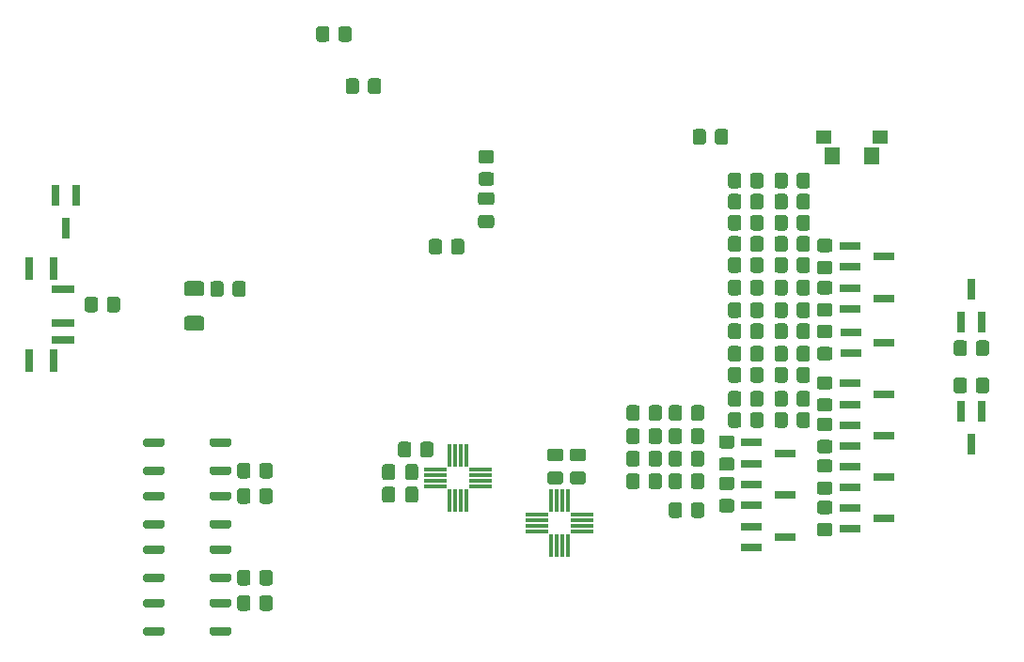
<source format=gtp>
G04 #@! TF.GenerationSoftware,KiCad,Pcbnew,(5.1.8)-1*
G04 #@! TF.CreationDate,2021-05-03T11:31:43+02:00*
G04 #@! TF.ProjectId,sensactHsIO4,73656e73-6163-4744-9873-494f342e6b69,rev?*
G04 #@! TF.SameCoordinates,Original*
G04 #@! TF.FileFunction,Paste,Top*
G04 #@! TF.FilePolarity,Positive*
%FSLAX46Y46*%
G04 Gerber Fmt 4.6, Leading zero omitted, Abs format (unit mm)*
G04 Created by KiCad (PCBNEW (5.1.8)-1) date 2021-05-03 11:31:43*
%MOMM*%
%LPD*%
G01*
G04 APERTURE LIST*
%ADD10R,1.400000X1.200000*%
%ADD11R,1.400000X1.600000*%
%ADD12R,0.300000X2.000000*%
%ADD13R,2.000000X0.300000*%
%ADD14R,0.800000X2.000000*%
%ADD15R,2.000000X0.700000*%
%ADD16R,0.800000X1.900000*%
%ADD17R,1.900000X0.800000*%
G04 APERTURE END LIST*
G36*
G01*
X123425000Y-121977999D02*
X123425000Y-122878001D01*
G75*
G02*
X123175001Y-123128000I-249999J0D01*
G01*
X122474999Y-123128000D01*
G75*
G02*
X122225000Y-122878001I0J249999D01*
G01*
X122225000Y-121977999D01*
G75*
G02*
X122474999Y-121728000I249999J0D01*
G01*
X123175001Y-121728000D01*
G75*
G02*
X123425000Y-121977999I0J-249999D01*
G01*
G37*
G36*
G01*
X125425000Y-121977999D02*
X125425000Y-122878001D01*
G75*
G02*
X125175001Y-123128000I-249999J0D01*
G01*
X124474999Y-123128000D01*
G75*
G02*
X124225000Y-122878001I0J249999D01*
G01*
X124225000Y-121977999D01*
G75*
G02*
X124474999Y-121728000I249999J0D01*
G01*
X125175001Y-121728000D01*
G75*
G02*
X125425000Y-121977999I0J-249999D01*
G01*
G37*
G36*
G01*
X120126999Y-124852000D02*
X121427001Y-124852000D01*
G75*
G02*
X121677000Y-125101999I0J-249999D01*
G01*
X121677000Y-125927001D01*
G75*
G02*
X121427001Y-126177000I-249999J0D01*
G01*
X120126999Y-126177000D01*
G75*
G02*
X119877000Y-125927001I0J249999D01*
G01*
X119877000Y-125101999D01*
G75*
G02*
X120126999Y-124852000I249999J0D01*
G01*
G37*
G36*
G01*
X120126999Y-121727000D02*
X121427001Y-121727000D01*
G75*
G02*
X121677000Y-121976999I0J-249999D01*
G01*
X121677000Y-122802001D01*
G75*
G02*
X121427001Y-123052000I-249999J0D01*
G01*
X120126999Y-123052000D01*
G75*
G02*
X119877000Y-122802001I0J249999D01*
G01*
X119877000Y-121976999D01*
G75*
G02*
X120126999Y-121727000I249999J0D01*
G01*
G37*
G36*
G01*
X143094000Y-118167999D02*
X143094000Y-119068001D01*
G75*
G02*
X142844001Y-119318000I-249999J0D01*
G01*
X142143999Y-119318000D01*
G75*
G02*
X141894000Y-119068001I0J249999D01*
G01*
X141894000Y-118167999D01*
G75*
G02*
X142143999Y-117918000I249999J0D01*
G01*
X142844001Y-117918000D01*
G75*
G02*
X143094000Y-118167999I0J-249999D01*
G01*
G37*
G36*
G01*
X145094000Y-118167999D02*
X145094000Y-119068001D01*
G75*
G02*
X144844001Y-119318000I-249999J0D01*
G01*
X144143999Y-119318000D01*
G75*
G02*
X143894000Y-119068001I0J249999D01*
G01*
X143894000Y-118167999D01*
G75*
G02*
X144143999Y-117918000I249999J0D01*
G01*
X144844001Y-117918000D01*
G75*
G02*
X145094000Y-118167999I0J-249999D01*
G01*
G37*
D10*
X182550000Y-108750000D03*
D11*
X181800000Y-110450000D03*
D10*
X177450000Y-108750000D03*
D11*
X178200000Y-110450000D03*
G36*
G01*
X166859000Y-108261999D02*
X166859000Y-109162001D01*
G75*
G02*
X166609001Y-109412000I-249999J0D01*
G01*
X165908999Y-109412000D01*
G75*
G02*
X165659000Y-109162001I0J249999D01*
G01*
X165659000Y-108261999D01*
G75*
G02*
X165908999Y-108012000I249999J0D01*
G01*
X166609001Y-108012000D01*
G75*
G02*
X166859000Y-108261999I0J-249999D01*
G01*
G37*
G36*
G01*
X168859000Y-108261999D02*
X168859000Y-109162001D01*
G75*
G02*
X168609001Y-109412000I-249999J0D01*
G01*
X167908999Y-109412000D01*
G75*
G02*
X167659000Y-109162001I0J249999D01*
G01*
X167659000Y-108261999D01*
G75*
G02*
X167908999Y-108012000I249999J0D01*
G01*
X168609001Y-108012000D01*
G75*
G02*
X168859000Y-108261999I0J-249999D01*
G01*
G37*
G36*
G01*
X139769000Y-139413000D02*
X139769000Y-138463000D01*
G75*
G02*
X140019000Y-138213000I250000J0D01*
G01*
X140694000Y-138213000D01*
G75*
G02*
X140944000Y-138463000I0J-250000D01*
G01*
X140944000Y-139413000D01*
G75*
G02*
X140694000Y-139663000I-250000J0D01*
G01*
X140019000Y-139663000D01*
G75*
G02*
X139769000Y-139413000I0J250000D01*
G01*
G37*
G36*
G01*
X137694000Y-139413000D02*
X137694000Y-138463000D01*
G75*
G02*
X137944000Y-138213000I250000J0D01*
G01*
X138619000Y-138213000D01*
G75*
G02*
X138869000Y-138463000I0J-250000D01*
G01*
X138869000Y-139413000D01*
G75*
G02*
X138619000Y-139663000I-250000J0D01*
G01*
X137944000Y-139663000D01*
G75*
G02*
X137694000Y-139413000I0J250000D01*
G01*
G37*
D12*
X154420000Y-145560000D03*
X153920000Y-145560000D03*
X153420000Y-145560000D03*
X152920000Y-145560000D03*
X152920000Y-141460000D03*
X153420000Y-141460000D03*
X153920000Y-141460000D03*
X154420000Y-141460000D03*
D13*
X151620000Y-144260000D03*
X151620000Y-143760000D03*
X151620000Y-143260000D03*
X151620000Y-142760000D03*
X155720000Y-142760000D03*
X155720000Y-143260000D03*
X155720000Y-143760000D03*
X155720000Y-144260000D03*
X146576000Y-138696000D03*
X146576000Y-139196000D03*
X146576000Y-139696000D03*
X146576000Y-140196000D03*
X142476000Y-140196000D03*
X142476000Y-139696000D03*
X142476000Y-139196000D03*
X142476000Y-138696000D03*
D12*
X145276000Y-141496000D03*
X144776000Y-141496000D03*
X144276000Y-141496000D03*
X143776000Y-141496000D03*
X143776000Y-137396000D03*
X144276000Y-137396000D03*
X144776000Y-137396000D03*
X145276000Y-137396000D03*
G36*
G01*
X140316000Y-136455999D02*
X140316000Y-137356001D01*
G75*
G02*
X140066001Y-137606000I-249999J0D01*
G01*
X139365999Y-137606000D01*
G75*
G02*
X139116000Y-137356001I0J249999D01*
G01*
X139116000Y-136455999D01*
G75*
G02*
X139365999Y-136206000I249999J0D01*
G01*
X140066001Y-136206000D01*
G75*
G02*
X140316000Y-136455999I0J-249999D01*
G01*
G37*
G36*
G01*
X142316000Y-136455999D02*
X142316000Y-137356001D01*
G75*
G02*
X142066001Y-137606000I-249999J0D01*
G01*
X141365999Y-137606000D01*
G75*
G02*
X141116000Y-137356001I0J249999D01*
G01*
X141116000Y-136455999D01*
G75*
G02*
X141365999Y-136206000I249999J0D01*
G01*
X142066001Y-136206000D01*
G75*
G02*
X142316000Y-136455999I0J-249999D01*
G01*
G37*
G36*
G01*
X139769000Y-141445000D02*
X139769000Y-140495000D01*
G75*
G02*
X140019000Y-140245000I250000J0D01*
G01*
X140694000Y-140245000D01*
G75*
G02*
X140944000Y-140495000I0J-250000D01*
G01*
X140944000Y-141445000D01*
G75*
G02*
X140694000Y-141695000I-250000J0D01*
G01*
X140019000Y-141695000D01*
G75*
G02*
X139769000Y-141445000I0J250000D01*
G01*
G37*
G36*
G01*
X137694000Y-141445000D02*
X137694000Y-140495000D01*
G75*
G02*
X137944000Y-140245000I250000J0D01*
G01*
X138619000Y-140245000D01*
G75*
G02*
X138869000Y-140495000I0J-250000D01*
G01*
X138869000Y-141445000D01*
G75*
G02*
X138619000Y-141695000I-250000J0D01*
G01*
X137944000Y-141695000D01*
G75*
G02*
X137694000Y-141445000I0J250000D01*
G01*
G37*
G36*
G01*
X152814000Y-138880000D02*
X153764000Y-138880000D01*
G75*
G02*
X154014000Y-139130000I0J-250000D01*
G01*
X154014000Y-139805000D01*
G75*
G02*
X153764000Y-140055000I-250000J0D01*
G01*
X152814000Y-140055000D01*
G75*
G02*
X152564000Y-139805000I0J250000D01*
G01*
X152564000Y-139130000D01*
G75*
G02*
X152814000Y-138880000I250000J0D01*
G01*
G37*
G36*
G01*
X152814000Y-136805000D02*
X153764000Y-136805000D01*
G75*
G02*
X154014000Y-137055000I0J-250000D01*
G01*
X154014000Y-137730000D01*
G75*
G02*
X153764000Y-137980000I-250000J0D01*
G01*
X152814000Y-137980000D01*
G75*
G02*
X152564000Y-137730000I0J250000D01*
G01*
X152564000Y-137055000D01*
G75*
G02*
X152814000Y-136805000I250000J0D01*
G01*
G37*
G36*
G01*
X154846000Y-138880000D02*
X155796000Y-138880000D01*
G75*
G02*
X156046000Y-139130000I0J-250000D01*
G01*
X156046000Y-139805000D01*
G75*
G02*
X155796000Y-140055000I-250000J0D01*
G01*
X154846000Y-140055000D01*
G75*
G02*
X154596000Y-139805000I0J250000D01*
G01*
X154596000Y-139130000D01*
G75*
G02*
X154846000Y-138880000I250000J0D01*
G01*
G37*
G36*
G01*
X154846000Y-136805000D02*
X155796000Y-136805000D01*
G75*
G02*
X156046000Y-137055000I0J-250000D01*
G01*
X156046000Y-137730000D01*
G75*
G02*
X155796000Y-137980000I-250000J0D01*
G01*
X154846000Y-137980000D01*
G75*
G02*
X154596000Y-137730000I0J250000D01*
G01*
X154596000Y-137055000D01*
G75*
G02*
X154846000Y-136805000I250000J0D01*
G01*
G37*
D14*
X108095000Y-120588000D03*
X108095000Y-128888000D03*
X105885000Y-128888000D03*
X105885000Y-120588000D03*
D15*
X108995000Y-126988000D03*
X108995000Y-125488000D03*
X108995000Y-122488000D03*
G36*
G01*
X135617000Y-103689999D02*
X135617000Y-104590001D01*
G75*
G02*
X135367001Y-104840000I-249999J0D01*
G01*
X134666999Y-104840000D01*
G75*
G02*
X134417000Y-104590001I0J249999D01*
G01*
X134417000Y-103689999D01*
G75*
G02*
X134666999Y-103440000I249999J0D01*
G01*
X135367001Y-103440000D01*
G75*
G02*
X135617000Y-103689999I0J-249999D01*
G01*
G37*
G36*
G01*
X137617000Y-103689999D02*
X137617000Y-104590001D01*
G75*
G02*
X137367001Y-104840000I-249999J0D01*
G01*
X136666999Y-104840000D01*
G75*
G02*
X136417000Y-104590001I0J249999D01*
G01*
X136417000Y-103689999D01*
G75*
G02*
X136666999Y-103440000I249999J0D01*
G01*
X137367001Y-103440000D01*
G75*
G02*
X137617000Y-103689999I0J-249999D01*
G01*
G37*
D16*
X109220000Y-116943000D03*
X108270000Y-113943000D03*
X110170000Y-113943000D03*
G36*
G01*
X170034000Y-133788999D02*
X170034000Y-134689001D01*
G75*
G02*
X169784001Y-134939000I-249999J0D01*
G01*
X169083999Y-134939000D01*
G75*
G02*
X168834000Y-134689001I0J249999D01*
G01*
X168834000Y-133788999D01*
G75*
G02*
X169083999Y-133539000I249999J0D01*
G01*
X169784001Y-133539000D01*
G75*
G02*
X170034000Y-133788999I0J-249999D01*
G01*
G37*
G36*
G01*
X172034000Y-133788999D02*
X172034000Y-134689001D01*
G75*
G02*
X171784001Y-134939000I-249999J0D01*
G01*
X171083999Y-134939000D01*
G75*
G02*
X170834000Y-134689001I0J249999D01*
G01*
X170834000Y-133788999D01*
G75*
G02*
X171083999Y-133539000I249999J0D01*
G01*
X171784001Y-133539000D01*
G75*
G02*
X172034000Y-133788999I0J-249999D01*
G01*
G37*
G36*
G01*
X175025000Y-134689001D02*
X175025000Y-133788999D01*
G75*
G02*
X175274999Y-133539000I249999J0D01*
G01*
X175975001Y-133539000D01*
G75*
G02*
X176225000Y-133788999I0J-249999D01*
G01*
X176225000Y-134689001D01*
G75*
G02*
X175975001Y-134939000I-249999J0D01*
G01*
X175274999Y-134939000D01*
G75*
G02*
X175025000Y-134689001I0J249999D01*
G01*
G37*
G36*
G01*
X173025000Y-134689001D02*
X173025000Y-133788999D01*
G75*
G02*
X173274999Y-133539000I249999J0D01*
G01*
X173975001Y-133539000D01*
G75*
G02*
X174225000Y-133788999I0J-249999D01*
G01*
X174225000Y-134689001D01*
G75*
G02*
X173975001Y-134939000I-249999J0D01*
G01*
X173274999Y-134939000D01*
G75*
G02*
X173025000Y-134689001I0J249999D01*
G01*
G37*
G36*
G01*
X170034000Y-127819999D02*
X170034000Y-128720001D01*
G75*
G02*
X169784001Y-128970000I-249999J0D01*
G01*
X169083999Y-128970000D01*
G75*
G02*
X168834000Y-128720001I0J249999D01*
G01*
X168834000Y-127819999D01*
G75*
G02*
X169083999Y-127570000I249999J0D01*
G01*
X169784001Y-127570000D01*
G75*
G02*
X170034000Y-127819999I0J-249999D01*
G01*
G37*
G36*
G01*
X172034000Y-127819999D02*
X172034000Y-128720001D01*
G75*
G02*
X171784001Y-128970000I-249999J0D01*
G01*
X171083999Y-128970000D01*
G75*
G02*
X170834000Y-128720001I0J249999D01*
G01*
X170834000Y-127819999D01*
G75*
G02*
X171083999Y-127570000I249999J0D01*
G01*
X171784001Y-127570000D01*
G75*
G02*
X172034000Y-127819999I0J-249999D01*
G01*
G37*
G36*
G01*
X175025000Y-128720001D02*
X175025000Y-127819999D01*
G75*
G02*
X175274999Y-127570000I249999J0D01*
G01*
X175975001Y-127570000D01*
G75*
G02*
X176225000Y-127819999I0J-249999D01*
G01*
X176225000Y-128720001D01*
G75*
G02*
X175975001Y-128970000I-249999J0D01*
G01*
X175274999Y-128970000D01*
G75*
G02*
X175025000Y-128720001I0J249999D01*
G01*
G37*
G36*
G01*
X173025000Y-128720001D02*
X173025000Y-127819999D01*
G75*
G02*
X173274999Y-127570000I249999J0D01*
G01*
X173975001Y-127570000D01*
G75*
G02*
X174225000Y-127819999I0J-249999D01*
G01*
X174225000Y-128720001D01*
G75*
G02*
X173975001Y-128970000I-249999J0D01*
G01*
X173274999Y-128970000D01*
G75*
G02*
X173025000Y-128720001I0J249999D01*
G01*
G37*
G36*
G01*
X169169501Y-136823500D02*
X168269499Y-136823500D01*
G75*
G02*
X168019500Y-136573501I0J249999D01*
G01*
X168019500Y-135873499D01*
G75*
G02*
X168269499Y-135623500I249999J0D01*
G01*
X169169501Y-135623500D01*
G75*
G02*
X169419500Y-135873499I0J-249999D01*
G01*
X169419500Y-136573501D01*
G75*
G02*
X169169501Y-136823500I-249999J0D01*
G01*
G37*
G36*
G01*
X169169501Y-138823500D02*
X168269499Y-138823500D01*
G75*
G02*
X168019500Y-138573501I0J249999D01*
G01*
X168019500Y-137873499D01*
G75*
G02*
X168269499Y-137623500I249999J0D01*
G01*
X169169501Y-137623500D01*
G75*
G02*
X169419500Y-137873499I0J-249999D01*
G01*
X169419500Y-138573501D01*
G75*
G02*
X169169501Y-138823500I-249999J0D01*
G01*
G37*
G36*
G01*
X177996001Y-142729000D02*
X177095999Y-142729000D01*
G75*
G02*
X176846000Y-142479001I0J249999D01*
G01*
X176846000Y-141778999D01*
G75*
G02*
X177095999Y-141529000I249999J0D01*
G01*
X177996001Y-141529000D01*
G75*
G02*
X178246000Y-141778999I0J-249999D01*
G01*
X178246000Y-142479001D01*
G75*
G02*
X177996001Y-142729000I-249999J0D01*
G01*
G37*
G36*
G01*
X177996001Y-144729000D02*
X177095999Y-144729000D01*
G75*
G02*
X176846000Y-144479001I0J249999D01*
G01*
X176846000Y-143778999D01*
G75*
G02*
X177095999Y-143529000I249999J0D01*
G01*
X177996001Y-143529000D01*
G75*
G02*
X178246000Y-143778999I0J-249999D01*
G01*
X178246000Y-144479001D01*
G75*
G02*
X177996001Y-144729000I-249999J0D01*
G01*
G37*
D17*
X173966000Y-137223500D03*
X170966000Y-138173500D03*
X170966000Y-136273500D03*
X182856000Y-143129000D03*
X179856000Y-144079000D03*
X179856000Y-142179000D03*
X182856000Y-131889500D03*
X179856000Y-132839500D03*
X179856000Y-130939500D03*
G36*
G01*
X191154000Y-131577501D02*
X191154000Y-130677499D01*
G75*
G02*
X191403999Y-130427500I249999J0D01*
G01*
X192104001Y-130427500D01*
G75*
G02*
X192354000Y-130677499I0J-249999D01*
G01*
X192354000Y-131577501D01*
G75*
G02*
X192104001Y-131827500I-249999J0D01*
G01*
X191403999Y-131827500D01*
G75*
G02*
X191154000Y-131577501I0J249999D01*
G01*
G37*
G36*
G01*
X189154000Y-131577501D02*
X189154000Y-130677499D01*
G75*
G02*
X189403999Y-130427500I249999J0D01*
G01*
X190104001Y-130427500D01*
G75*
G02*
X190354000Y-130677499I0J-249999D01*
G01*
X190354000Y-131577501D01*
G75*
G02*
X190104001Y-131827500I-249999J0D01*
G01*
X189403999Y-131827500D01*
G75*
G02*
X189154000Y-131577501I0J249999D01*
G01*
G37*
D16*
X190754000Y-136437500D03*
X189804000Y-133437500D03*
X191704000Y-133437500D03*
G36*
G01*
X112106000Y-123374999D02*
X112106000Y-124275001D01*
G75*
G02*
X111856001Y-124525000I-249999J0D01*
G01*
X111155999Y-124525000D01*
G75*
G02*
X110906000Y-124275001I0J249999D01*
G01*
X110906000Y-123374999D01*
G75*
G02*
X111155999Y-123125000I249999J0D01*
G01*
X111856001Y-123125000D01*
G75*
G02*
X112106000Y-123374999I0J-249999D01*
G01*
G37*
G36*
G01*
X114106000Y-123374999D02*
X114106000Y-124275001D01*
G75*
G02*
X113856001Y-124525000I-249999J0D01*
G01*
X113155999Y-124525000D01*
G75*
G02*
X112906000Y-124275001I0J249999D01*
G01*
X112906000Y-123374999D01*
G75*
G02*
X113155999Y-123125000I249999J0D01*
G01*
X113856001Y-123125000D01*
G75*
G02*
X114106000Y-123374999I0J-249999D01*
G01*
G37*
G36*
G01*
X118117000Y-138611000D02*
X118117000Y-139011000D01*
G75*
G02*
X117917000Y-139211000I-200000J0D01*
G01*
X116367000Y-139211000D01*
G75*
G02*
X116167000Y-139011000I0J200000D01*
G01*
X116167000Y-138611000D01*
G75*
G02*
X116367000Y-138411000I200000J0D01*
G01*
X117917000Y-138411000D01*
G75*
G02*
X118117000Y-138611000I0J-200000D01*
G01*
G37*
G36*
G01*
X118117000Y-136071000D02*
X118117000Y-136471000D01*
G75*
G02*
X117917000Y-136671000I-200000J0D01*
G01*
X116367000Y-136671000D01*
G75*
G02*
X116167000Y-136471000I0J200000D01*
G01*
X116167000Y-136071000D01*
G75*
G02*
X116367000Y-135871000I200000J0D01*
G01*
X117917000Y-135871000D01*
G75*
G02*
X118117000Y-136071000I0J-200000D01*
G01*
G37*
G36*
G01*
X124117000Y-136071000D02*
X124117000Y-136471000D01*
G75*
G02*
X123917000Y-136671000I-200000J0D01*
G01*
X122367000Y-136671000D01*
G75*
G02*
X122167000Y-136471000I0J200000D01*
G01*
X122167000Y-136071000D01*
G75*
G02*
X122367000Y-135871000I200000J0D01*
G01*
X123917000Y-135871000D01*
G75*
G02*
X124117000Y-136071000I0J-200000D01*
G01*
G37*
G36*
G01*
X124117000Y-138611000D02*
X124117000Y-139011000D01*
G75*
G02*
X123917000Y-139211000I-200000J0D01*
G01*
X122367000Y-139211000D01*
G75*
G02*
X122167000Y-139011000I0J200000D01*
G01*
X122167000Y-138611000D01*
G75*
G02*
X122367000Y-138411000I200000J0D01*
G01*
X123917000Y-138411000D01*
G75*
G02*
X124117000Y-138611000I0J-200000D01*
G01*
G37*
G36*
G01*
X118117000Y-143437000D02*
X118117000Y-143837000D01*
G75*
G02*
X117917000Y-144037000I-200000J0D01*
G01*
X116367000Y-144037000D01*
G75*
G02*
X116167000Y-143837000I0J200000D01*
G01*
X116167000Y-143437000D01*
G75*
G02*
X116367000Y-143237000I200000J0D01*
G01*
X117917000Y-143237000D01*
G75*
G02*
X118117000Y-143437000I0J-200000D01*
G01*
G37*
G36*
G01*
X118117000Y-140897000D02*
X118117000Y-141297000D01*
G75*
G02*
X117917000Y-141497000I-200000J0D01*
G01*
X116367000Y-141497000D01*
G75*
G02*
X116167000Y-141297000I0J200000D01*
G01*
X116167000Y-140897000D01*
G75*
G02*
X116367000Y-140697000I200000J0D01*
G01*
X117917000Y-140697000D01*
G75*
G02*
X118117000Y-140897000I0J-200000D01*
G01*
G37*
G36*
G01*
X124117000Y-140897000D02*
X124117000Y-141297000D01*
G75*
G02*
X123917000Y-141497000I-200000J0D01*
G01*
X122367000Y-141497000D01*
G75*
G02*
X122167000Y-141297000I0J200000D01*
G01*
X122167000Y-140897000D01*
G75*
G02*
X122367000Y-140697000I200000J0D01*
G01*
X123917000Y-140697000D01*
G75*
G02*
X124117000Y-140897000I0J-200000D01*
G01*
G37*
G36*
G01*
X124117000Y-143437000D02*
X124117000Y-143837000D01*
G75*
G02*
X123917000Y-144037000I-200000J0D01*
G01*
X122367000Y-144037000D01*
G75*
G02*
X122167000Y-143837000I0J200000D01*
G01*
X122167000Y-143437000D01*
G75*
G02*
X122367000Y-143237000I200000J0D01*
G01*
X123917000Y-143237000D01*
G75*
G02*
X124117000Y-143437000I0J-200000D01*
G01*
G37*
G36*
G01*
X118117000Y-148263000D02*
X118117000Y-148663000D01*
G75*
G02*
X117917000Y-148863000I-200000J0D01*
G01*
X116367000Y-148863000D01*
G75*
G02*
X116167000Y-148663000I0J200000D01*
G01*
X116167000Y-148263000D01*
G75*
G02*
X116367000Y-148063000I200000J0D01*
G01*
X117917000Y-148063000D01*
G75*
G02*
X118117000Y-148263000I0J-200000D01*
G01*
G37*
G36*
G01*
X118117000Y-145723000D02*
X118117000Y-146123000D01*
G75*
G02*
X117917000Y-146323000I-200000J0D01*
G01*
X116367000Y-146323000D01*
G75*
G02*
X116167000Y-146123000I0J200000D01*
G01*
X116167000Y-145723000D01*
G75*
G02*
X116367000Y-145523000I200000J0D01*
G01*
X117917000Y-145523000D01*
G75*
G02*
X118117000Y-145723000I0J-200000D01*
G01*
G37*
G36*
G01*
X124117000Y-145723000D02*
X124117000Y-146123000D01*
G75*
G02*
X123917000Y-146323000I-200000J0D01*
G01*
X122367000Y-146323000D01*
G75*
G02*
X122167000Y-146123000I0J200000D01*
G01*
X122167000Y-145723000D01*
G75*
G02*
X122367000Y-145523000I200000J0D01*
G01*
X123917000Y-145523000D01*
G75*
G02*
X124117000Y-145723000I0J-200000D01*
G01*
G37*
G36*
G01*
X124117000Y-148263000D02*
X124117000Y-148663000D01*
G75*
G02*
X123917000Y-148863000I-200000J0D01*
G01*
X122367000Y-148863000D01*
G75*
G02*
X122167000Y-148663000I0J200000D01*
G01*
X122167000Y-148263000D01*
G75*
G02*
X122367000Y-148063000I200000J0D01*
G01*
X123917000Y-148063000D01*
G75*
G02*
X124117000Y-148263000I0J-200000D01*
G01*
G37*
G36*
G01*
X118117000Y-153089000D02*
X118117000Y-153489000D01*
G75*
G02*
X117917000Y-153689000I-200000J0D01*
G01*
X116367000Y-153689000D01*
G75*
G02*
X116167000Y-153489000I0J200000D01*
G01*
X116167000Y-153089000D01*
G75*
G02*
X116367000Y-152889000I200000J0D01*
G01*
X117917000Y-152889000D01*
G75*
G02*
X118117000Y-153089000I0J-200000D01*
G01*
G37*
G36*
G01*
X118117000Y-150549000D02*
X118117000Y-150949000D01*
G75*
G02*
X117917000Y-151149000I-200000J0D01*
G01*
X116367000Y-151149000D01*
G75*
G02*
X116167000Y-150949000I0J200000D01*
G01*
X116167000Y-150549000D01*
G75*
G02*
X116367000Y-150349000I200000J0D01*
G01*
X117917000Y-150349000D01*
G75*
G02*
X118117000Y-150549000I0J-200000D01*
G01*
G37*
G36*
G01*
X124117000Y-150549000D02*
X124117000Y-150949000D01*
G75*
G02*
X123917000Y-151149000I-200000J0D01*
G01*
X122367000Y-151149000D01*
G75*
G02*
X122167000Y-150949000I0J200000D01*
G01*
X122167000Y-150549000D01*
G75*
G02*
X122367000Y-150349000I200000J0D01*
G01*
X123917000Y-150349000D01*
G75*
G02*
X124117000Y-150549000I0J-200000D01*
G01*
G37*
G36*
G01*
X124117000Y-153089000D02*
X124117000Y-153489000D01*
G75*
G02*
X123917000Y-153689000I-200000J0D01*
G01*
X122367000Y-153689000D01*
G75*
G02*
X122167000Y-153489000I0J200000D01*
G01*
X122167000Y-153089000D01*
G75*
G02*
X122367000Y-152889000I200000J0D01*
G01*
X123917000Y-152889000D01*
G75*
G02*
X124117000Y-153089000I0J-200000D01*
G01*
G37*
G36*
G01*
X170034000Y-125787999D02*
X170034000Y-126688001D01*
G75*
G02*
X169784001Y-126938000I-249999J0D01*
G01*
X169083999Y-126938000D01*
G75*
G02*
X168834000Y-126688001I0J249999D01*
G01*
X168834000Y-125787999D01*
G75*
G02*
X169083999Y-125538000I249999J0D01*
G01*
X169784001Y-125538000D01*
G75*
G02*
X170034000Y-125787999I0J-249999D01*
G01*
G37*
G36*
G01*
X172034000Y-125787999D02*
X172034000Y-126688001D01*
G75*
G02*
X171784001Y-126938000I-249999J0D01*
G01*
X171083999Y-126938000D01*
G75*
G02*
X170834000Y-126688001I0J249999D01*
G01*
X170834000Y-125787999D01*
G75*
G02*
X171083999Y-125538000I249999J0D01*
G01*
X171784001Y-125538000D01*
G75*
G02*
X172034000Y-125787999I0J-249999D01*
G01*
G37*
G36*
G01*
X170034000Y-123882999D02*
X170034000Y-124783001D01*
G75*
G02*
X169784001Y-125033000I-249999J0D01*
G01*
X169083999Y-125033000D01*
G75*
G02*
X168834000Y-124783001I0J249999D01*
G01*
X168834000Y-123882999D01*
G75*
G02*
X169083999Y-123633000I249999J0D01*
G01*
X169784001Y-123633000D01*
G75*
G02*
X170034000Y-123882999I0J-249999D01*
G01*
G37*
G36*
G01*
X172034000Y-123882999D02*
X172034000Y-124783001D01*
G75*
G02*
X171784001Y-125033000I-249999J0D01*
G01*
X171083999Y-125033000D01*
G75*
G02*
X170834000Y-124783001I0J249999D01*
G01*
X170834000Y-123882999D01*
G75*
G02*
X171083999Y-123633000I249999J0D01*
G01*
X171784001Y-123633000D01*
G75*
G02*
X172034000Y-123882999I0J-249999D01*
G01*
G37*
G36*
G01*
X170034000Y-121850999D02*
X170034000Y-122751001D01*
G75*
G02*
X169784001Y-123001000I-249999J0D01*
G01*
X169083999Y-123001000D01*
G75*
G02*
X168834000Y-122751001I0J249999D01*
G01*
X168834000Y-121850999D01*
G75*
G02*
X169083999Y-121601000I249999J0D01*
G01*
X169784001Y-121601000D01*
G75*
G02*
X170034000Y-121850999I0J-249999D01*
G01*
G37*
G36*
G01*
X172034000Y-121850999D02*
X172034000Y-122751001D01*
G75*
G02*
X171784001Y-123001000I-249999J0D01*
G01*
X171083999Y-123001000D01*
G75*
G02*
X170834000Y-122751001I0J249999D01*
G01*
X170834000Y-121850999D01*
G75*
G02*
X171083999Y-121601000I249999J0D01*
G01*
X171784001Y-121601000D01*
G75*
G02*
X172034000Y-121850999I0J-249999D01*
G01*
G37*
G36*
G01*
X170034000Y-119818999D02*
X170034000Y-120719001D01*
G75*
G02*
X169784001Y-120969000I-249999J0D01*
G01*
X169083999Y-120969000D01*
G75*
G02*
X168834000Y-120719001I0J249999D01*
G01*
X168834000Y-119818999D01*
G75*
G02*
X169083999Y-119569000I249999J0D01*
G01*
X169784001Y-119569000D01*
G75*
G02*
X170034000Y-119818999I0J-249999D01*
G01*
G37*
G36*
G01*
X172034000Y-119818999D02*
X172034000Y-120719001D01*
G75*
G02*
X171784001Y-120969000I-249999J0D01*
G01*
X171083999Y-120969000D01*
G75*
G02*
X170834000Y-120719001I0J249999D01*
G01*
X170834000Y-119818999D01*
G75*
G02*
X171083999Y-119569000I249999J0D01*
G01*
X171784001Y-119569000D01*
G75*
G02*
X172034000Y-119818999I0J-249999D01*
G01*
G37*
G36*
G01*
X175025000Y-126688001D02*
X175025000Y-125787999D01*
G75*
G02*
X175274999Y-125538000I249999J0D01*
G01*
X175975001Y-125538000D01*
G75*
G02*
X176225000Y-125787999I0J-249999D01*
G01*
X176225000Y-126688001D01*
G75*
G02*
X175975001Y-126938000I-249999J0D01*
G01*
X175274999Y-126938000D01*
G75*
G02*
X175025000Y-126688001I0J249999D01*
G01*
G37*
G36*
G01*
X173025000Y-126688001D02*
X173025000Y-125787999D01*
G75*
G02*
X173274999Y-125538000I249999J0D01*
G01*
X173975001Y-125538000D01*
G75*
G02*
X174225000Y-125787999I0J-249999D01*
G01*
X174225000Y-126688001D01*
G75*
G02*
X173975001Y-126938000I-249999J0D01*
G01*
X173274999Y-126938000D01*
G75*
G02*
X173025000Y-126688001I0J249999D01*
G01*
G37*
G36*
G01*
X175025000Y-124783001D02*
X175025000Y-123882999D01*
G75*
G02*
X175274999Y-123633000I249999J0D01*
G01*
X175975001Y-123633000D01*
G75*
G02*
X176225000Y-123882999I0J-249999D01*
G01*
X176225000Y-124783001D01*
G75*
G02*
X175975001Y-125033000I-249999J0D01*
G01*
X175274999Y-125033000D01*
G75*
G02*
X175025000Y-124783001I0J249999D01*
G01*
G37*
G36*
G01*
X173025000Y-124783001D02*
X173025000Y-123882999D01*
G75*
G02*
X173274999Y-123633000I249999J0D01*
G01*
X173975001Y-123633000D01*
G75*
G02*
X174225000Y-123882999I0J-249999D01*
G01*
X174225000Y-124783001D01*
G75*
G02*
X173975001Y-125033000I-249999J0D01*
G01*
X173274999Y-125033000D01*
G75*
G02*
X173025000Y-124783001I0J249999D01*
G01*
G37*
G36*
G01*
X175025000Y-122751001D02*
X175025000Y-121850999D01*
G75*
G02*
X175274999Y-121601000I249999J0D01*
G01*
X175975001Y-121601000D01*
G75*
G02*
X176225000Y-121850999I0J-249999D01*
G01*
X176225000Y-122751001D01*
G75*
G02*
X175975001Y-123001000I-249999J0D01*
G01*
X175274999Y-123001000D01*
G75*
G02*
X175025000Y-122751001I0J249999D01*
G01*
G37*
G36*
G01*
X173025000Y-122751001D02*
X173025000Y-121850999D01*
G75*
G02*
X173274999Y-121601000I249999J0D01*
G01*
X173975001Y-121601000D01*
G75*
G02*
X174225000Y-121850999I0J-249999D01*
G01*
X174225000Y-122751001D01*
G75*
G02*
X173975001Y-123001000I-249999J0D01*
G01*
X173274999Y-123001000D01*
G75*
G02*
X173025000Y-122751001I0J249999D01*
G01*
G37*
G36*
G01*
X175025000Y-120719001D02*
X175025000Y-119818999D01*
G75*
G02*
X175274999Y-119569000I249999J0D01*
G01*
X175975001Y-119569000D01*
G75*
G02*
X176225000Y-119818999I0J-249999D01*
G01*
X176225000Y-120719001D01*
G75*
G02*
X175975001Y-120969000I-249999J0D01*
G01*
X175274999Y-120969000D01*
G75*
G02*
X175025000Y-120719001I0J249999D01*
G01*
G37*
G36*
G01*
X173025000Y-120719001D02*
X173025000Y-119818999D01*
G75*
G02*
X173274999Y-119569000I249999J0D01*
G01*
X173975001Y-119569000D01*
G75*
G02*
X174225000Y-119818999I0J-249999D01*
G01*
X174225000Y-120719001D01*
G75*
G02*
X173975001Y-120969000I-249999J0D01*
G01*
X173274999Y-120969000D01*
G75*
G02*
X173025000Y-120719001I0J249999D01*
G01*
G37*
G36*
G01*
X190354000Y-127311999D02*
X190354000Y-128212001D01*
G75*
G02*
X190104001Y-128462000I-249999J0D01*
G01*
X189403999Y-128462000D01*
G75*
G02*
X189154000Y-128212001I0J249999D01*
G01*
X189154000Y-127311999D01*
G75*
G02*
X189403999Y-127062000I249999J0D01*
G01*
X190104001Y-127062000D01*
G75*
G02*
X190354000Y-127311999I0J-249999D01*
G01*
G37*
G36*
G01*
X192354000Y-127311999D02*
X192354000Y-128212001D01*
G75*
G02*
X192104001Y-128462000I-249999J0D01*
G01*
X191403999Y-128462000D01*
G75*
G02*
X191154000Y-128212001I0J249999D01*
G01*
X191154000Y-127311999D01*
G75*
G02*
X191403999Y-127062000I249999J0D01*
G01*
X192104001Y-127062000D01*
G75*
G02*
X192354000Y-127311999I0J-249999D01*
G01*
G37*
G36*
G01*
X177996001Y-126854000D02*
X177095999Y-126854000D01*
G75*
G02*
X176846000Y-126604001I0J249999D01*
G01*
X176846000Y-125903999D01*
G75*
G02*
X177095999Y-125654000I249999J0D01*
G01*
X177996001Y-125654000D01*
G75*
G02*
X178246000Y-125903999I0J-249999D01*
G01*
X178246000Y-126604001D01*
G75*
G02*
X177996001Y-126854000I-249999J0D01*
G01*
G37*
G36*
G01*
X177996001Y-128854000D02*
X177095999Y-128854000D01*
G75*
G02*
X176846000Y-128604001I0J249999D01*
G01*
X176846000Y-127903999D01*
G75*
G02*
X177095999Y-127654000I249999J0D01*
G01*
X177996001Y-127654000D01*
G75*
G02*
X178246000Y-127903999I0J-249999D01*
G01*
X178246000Y-128604001D01*
G75*
G02*
X177996001Y-128854000I-249999J0D01*
G01*
G37*
G36*
G01*
X177996001Y-122917000D02*
X177095999Y-122917000D01*
G75*
G02*
X176846000Y-122667001I0J249999D01*
G01*
X176846000Y-121966999D01*
G75*
G02*
X177095999Y-121717000I249999J0D01*
G01*
X177996001Y-121717000D01*
G75*
G02*
X178246000Y-121966999I0J-249999D01*
G01*
X178246000Y-122667001D01*
G75*
G02*
X177996001Y-122917000I-249999J0D01*
G01*
G37*
G36*
G01*
X177996001Y-124917000D02*
X177095999Y-124917000D01*
G75*
G02*
X176846000Y-124667001I0J249999D01*
G01*
X176846000Y-123966999D01*
G75*
G02*
X177095999Y-123717000I249999J0D01*
G01*
X177996001Y-123717000D01*
G75*
G02*
X178246000Y-123966999I0J-249999D01*
G01*
X178246000Y-124667001D01*
G75*
G02*
X177996001Y-124917000I-249999J0D01*
G01*
G37*
G36*
G01*
X177996001Y-119107000D02*
X177095999Y-119107000D01*
G75*
G02*
X176846000Y-118857001I0J249999D01*
G01*
X176846000Y-118156999D01*
G75*
G02*
X177095999Y-117907000I249999J0D01*
G01*
X177996001Y-117907000D01*
G75*
G02*
X178246000Y-118156999I0J-249999D01*
G01*
X178246000Y-118857001D01*
G75*
G02*
X177996001Y-119107000I-249999J0D01*
G01*
G37*
G36*
G01*
X177996001Y-121107000D02*
X177095999Y-121107000D01*
G75*
G02*
X176846000Y-120857001I0J249999D01*
G01*
X176846000Y-120156999D01*
G75*
G02*
X177095999Y-119907000I249999J0D01*
G01*
X177996001Y-119907000D01*
G75*
G02*
X178246000Y-120156999I0J-249999D01*
G01*
X178246000Y-120857001D01*
G75*
G02*
X177996001Y-121107000I-249999J0D01*
G01*
G37*
G36*
G01*
X160890000Y-139313499D02*
X160890000Y-140213501D01*
G75*
G02*
X160640001Y-140463500I-249999J0D01*
G01*
X159939999Y-140463500D01*
G75*
G02*
X159690000Y-140213501I0J249999D01*
G01*
X159690000Y-139313499D01*
G75*
G02*
X159939999Y-139063500I249999J0D01*
G01*
X160640001Y-139063500D01*
G75*
G02*
X160890000Y-139313499I0J-249999D01*
G01*
G37*
G36*
G01*
X162890000Y-139313499D02*
X162890000Y-140213501D01*
G75*
G02*
X162640001Y-140463500I-249999J0D01*
G01*
X161939999Y-140463500D01*
G75*
G02*
X161690000Y-140213501I0J249999D01*
G01*
X161690000Y-139313499D01*
G75*
G02*
X161939999Y-139063500I249999J0D01*
G01*
X162640001Y-139063500D01*
G75*
G02*
X162890000Y-139313499I0J-249999D01*
G01*
G37*
G36*
G01*
X160890000Y-137281499D02*
X160890000Y-138181501D01*
G75*
G02*
X160640001Y-138431500I-249999J0D01*
G01*
X159939999Y-138431500D01*
G75*
G02*
X159690000Y-138181501I0J249999D01*
G01*
X159690000Y-137281499D01*
G75*
G02*
X159939999Y-137031500I249999J0D01*
G01*
X160640001Y-137031500D01*
G75*
G02*
X160890000Y-137281499I0J-249999D01*
G01*
G37*
G36*
G01*
X162890000Y-137281499D02*
X162890000Y-138181501D01*
G75*
G02*
X162640001Y-138431500I-249999J0D01*
G01*
X161939999Y-138431500D01*
G75*
G02*
X161690000Y-138181501I0J249999D01*
G01*
X161690000Y-137281499D01*
G75*
G02*
X161939999Y-137031500I249999J0D01*
G01*
X162640001Y-137031500D01*
G75*
G02*
X162890000Y-137281499I0J-249999D01*
G01*
G37*
G36*
G01*
X160890000Y-135249499D02*
X160890000Y-136149501D01*
G75*
G02*
X160640001Y-136399500I-249999J0D01*
G01*
X159939999Y-136399500D01*
G75*
G02*
X159690000Y-136149501I0J249999D01*
G01*
X159690000Y-135249499D01*
G75*
G02*
X159939999Y-134999500I249999J0D01*
G01*
X160640001Y-134999500D01*
G75*
G02*
X160890000Y-135249499I0J-249999D01*
G01*
G37*
G36*
G01*
X162890000Y-135249499D02*
X162890000Y-136149501D01*
G75*
G02*
X162640001Y-136399500I-249999J0D01*
G01*
X161939999Y-136399500D01*
G75*
G02*
X161690000Y-136149501I0J249999D01*
G01*
X161690000Y-135249499D01*
G75*
G02*
X161939999Y-134999500I249999J0D01*
G01*
X162640001Y-134999500D01*
G75*
G02*
X162890000Y-135249499I0J-249999D01*
G01*
G37*
G36*
G01*
X160890000Y-133153999D02*
X160890000Y-134054001D01*
G75*
G02*
X160640001Y-134304000I-249999J0D01*
G01*
X159939999Y-134304000D01*
G75*
G02*
X159690000Y-134054001I0J249999D01*
G01*
X159690000Y-133153999D01*
G75*
G02*
X159939999Y-132904000I249999J0D01*
G01*
X160640001Y-132904000D01*
G75*
G02*
X160890000Y-133153999I0J-249999D01*
G01*
G37*
G36*
G01*
X162890000Y-133153999D02*
X162890000Y-134054001D01*
G75*
G02*
X162640001Y-134304000I-249999J0D01*
G01*
X161939999Y-134304000D01*
G75*
G02*
X161690000Y-134054001I0J249999D01*
G01*
X161690000Y-133153999D01*
G75*
G02*
X161939999Y-132904000I249999J0D01*
G01*
X162640001Y-132904000D01*
G75*
G02*
X162890000Y-133153999I0J-249999D01*
G01*
G37*
G36*
G01*
X165500000Y-140213501D02*
X165500000Y-139313499D01*
G75*
G02*
X165749999Y-139063500I249999J0D01*
G01*
X166450001Y-139063500D01*
G75*
G02*
X166700000Y-139313499I0J-249999D01*
G01*
X166700000Y-140213501D01*
G75*
G02*
X166450001Y-140463500I-249999J0D01*
G01*
X165749999Y-140463500D01*
G75*
G02*
X165500000Y-140213501I0J249999D01*
G01*
G37*
G36*
G01*
X163500000Y-140213501D02*
X163500000Y-139313499D01*
G75*
G02*
X163749999Y-139063500I249999J0D01*
G01*
X164450001Y-139063500D01*
G75*
G02*
X164700000Y-139313499I0J-249999D01*
G01*
X164700000Y-140213501D01*
G75*
G02*
X164450001Y-140463500I-249999J0D01*
G01*
X163749999Y-140463500D01*
G75*
G02*
X163500000Y-140213501I0J249999D01*
G01*
G37*
G36*
G01*
X165500000Y-138181501D02*
X165500000Y-137281499D01*
G75*
G02*
X165749999Y-137031500I249999J0D01*
G01*
X166450001Y-137031500D01*
G75*
G02*
X166700000Y-137281499I0J-249999D01*
G01*
X166700000Y-138181501D01*
G75*
G02*
X166450001Y-138431500I-249999J0D01*
G01*
X165749999Y-138431500D01*
G75*
G02*
X165500000Y-138181501I0J249999D01*
G01*
G37*
G36*
G01*
X163500000Y-138181501D02*
X163500000Y-137281499D01*
G75*
G02*
X163749999Y-137031500I249999J0D01*
G01*
X164450001Y-137031500D01*
G75*
G02*
X164700000Y-137281499I0J-249999D01*
G01*
X164700000Y-138181501D01*
G75*
G02*
X164450001Y-138431500I-249999J0D01*
G01*
X163749999Y-138431500D01*
G75*
G02*
X163500000Y-138181501I0J249999D01*
G01*
G37*
G36*
G01*
X165500000Y-136149501D02*
X165500000Y-135249499D01*
G75*
G02*
X165749999Y-134999500I249999J0D01*
G01*
X166450001Y-134999500D01*
G75*
G02*
X166700000Y-135249499I0J-249999D01*
G01*
X166700000Y-136149501D01*
G75*
G02*
X166450001Y-136399500I-249999J0D01*
G01*
X165749999Y-136399500D01*
G75*
G02*
X165500000Y-136149501I0J249999D01*
G01*
G37*
G36*
G01*
X163500000Y-136149501D02*
X163500000Y-135249499D01*
G75*
G02*
X163749999Y-134999500I249999J0D01*
G01*
X164450001Y-134999500D01*
G75*
G02*
X164700000Y-135249499I0J-249999D01*
G01*
X164700000Y-136149501D01*
G75*
G02*
X164450001Y-136399500I-249999J0D01*
G01*
X163749999Y-136399500D01*
G75*
G02*
X163500000Y-136149501I0J249999D01*
G01*
G37*
G36*
G01*
X165500000Y-134054001D02*
X165500000Y-133153999D01*
G75*
G02*
X165749999Y-132904000I249999J0D01*
G01*
X166450001Y-132904000D01*
G75*
G02*
X166700000Y-133153999I0J-249999D01*
G01*
X166700000Y-134054001D01*
G75*
G02*
X166450001Y-134304000I-249999J0D01*
G01*
X165749999Y-134304000D01*
G75*
G02*
X165500000Y-134054001I0J249999D01*
G01*
G37*
G36*
G01*
X163500000Y-134054001D02*
X163500000Y-133153999D01*
G75*
G02*
X163749999Y-132904000I249999J0D01*
G01*
X164450001Y-132904000D01*
G75*
G02*
X164700000Y-133153999I0J-249999D01*
G01*
X164700000Y-134054001D01*
G75*
G02*
X164450001Y-134304000I-249999J0D01*
G01*
X163749999Y-134304000D01*
G75*
G02*
X163500000Y-134054001I0J249999D01*
G01*
G37*
G36*
G01*
X165500000Y-142817001D02*
X165500000Y-141916999D01*
G75*
G02*
X165749999Y-141667000I249999J0D01*
G01*
X166450001Y-141667000D01*
G75*
G02*
X166700000Y-141916999I0J-249999D01*
G01*
X166700000Y-142817001D01*
G75*
G02*
X166450001Y-143067000I-249999J0D01*
G01*
X165749999Y-143067000D01*
G75*
G02*
X165500000Y-142817001I0J249999D01*
G01*
G37*
G36*
G01*
X163500000Y-142817001D02*
X163500000Y-141916999D01*
G75*
G02*
X163749999Y-141667000I249999J0D01*
G01*
X164450001Y-141667000D01*
G75*
G02*
X164700000Y-141916999I0J-249999D01*
G01*
X164700000Y-142817001D01*
G75*
G02*
X164450001Y-143067000I-249999J0D01*
G01*
X163749999Y-143067000D01*
G75*
G02*
X163500000Y-142817001I0J249999D01*
G01*
G37*
G36*
G01*
X169169501Y-140570000D02*
X168269499Y-140570000D01*
G75*
G02*
X168019500Y-140320001I0J249999D01*
G01*
X168019500Y-139619999D01*
G75*
G02*
X168269499Y-139370000I249999J0D01*
G01*
X169169501Y-139370000D01*
G75*
G02*
X169419500Y-139619999I0J-249999D01*
G01*
X169419500Y-140320001D01*
G75*
G02*
X169169501Y-140570000I-249999J0D01*
G01*
G37*
G36*
G01*
X169169501Y-142570000D02*
X168269499Y-142570000D01*
G75*
G02*
X168019500Y-142320001I0J249999D01*
G01*
X168019500Y-141619999D01*
G75*
G02*
X168269499Y-141370000I249999J0D01*
G01*
X169169501Y-141370000D01*
G75*
G02*
X169419500Y-141619999I0J-249999D01*
G01*
X169419500Y-142320001D01*
G75*
G02*
X169169501Y-142570000I-249999J0D01*
G01*
G37*
G36*
G01*
X170034000Y-131883999D02*
X170034000Y-132784001D01*
G75*
G02*
X169784001Y-133034000I-249999J0D01*
G01*
X169083999Y-133034000D01*
G75*
G02*
X168834000Y-132784001I0J249999D01*
G01*
X168834000Y-131883999D01*
G75*
G02*
X169083999Y-131634000I249999J0D01*
G01*
X169784001Y-131634000D01*
G75*
G02*
X170034000Y-131883999I0J-249999D01*
G01*
G37*
G36*
G01*
X172034000Y-131883999D02*
X172034000Y-132784001D01*
G75*
G02*
X171784001Y-133034000I-249999J0D01*
G01*
X171083999Y-133034000D01*
G75*
G02*
X170834000Y-132784001I0J249999D01*
G01*
X170834000Y-131883999D01*
G75*
G02*
X171083999Y-131634000I249999J0D01*
G01*
X171784001Y-131634000D01*
G75*
G02*
X172034000Y-131883999I0J-249999D01*
G01*
G37*
G36*
G01*
X170034000Y-129724999D02*
X170034000Y-130625001D01*
G75*
G02*
X169784001Y-130875000I-249999J0D01*
G01*
X169083999Y-130875000D01*
G75*
G02*
X168834000Y-130625001I0J249999D01*
G01*
X168834000Y-129724999D01*
G75*
G02*
X169083999Y-129475000I249999J0D01*
G01*
X169784001Y-129475000D01*
G75*
G02*
X170034000Y-129724999I0J-249999D01*
G01*
G37*
G36*
G01*
X172034000Y-129724999D02*
X172034000Y-130625001D01*
G75*
G02*
X171784001Y-130875000I-249999J0D01*
G01*
X171083999Y-130875000D01*
G75*
G02*
X170834000Y-130625001I0J249999D01*
G01*
X170834000Y-129724999D01*
G75*
G02*
X171083999Y-129475000I249999J0D01*
G01*
X171784001Y-129475000D01*
G75*
G02*
X172034000Y-129724999I0J-249999D01*
G01*
G37*
G36*
G01*
X175025000Y-132784001D02*
X175025000Y-131883999D01*
G75*
G02*
X175274999Y-131634000I249999J0D01*
G01*
X175975001Y-131634000D01*
G75*
G02*
X176225000Y-131883999I0J-249999D01*
G01*
X176225000Y-132784001D01*
G75*
G02*
X175975001Y-133034000I-249999J0D01*
G01*
X175274999Y-133034000D01*
G75*
G02*
X175025000Y-132784001I0J249999D01*
G01*
G37*
G36*
G01*
X173025000Y-132784001D02*
X173025000Y-131883999D01*
G75*
G02*
X173274999Y-131634000I249999J0D01*
G01*
X173975001Y-131634000D01*
G75*
G02*
X174225000Y-131883999I0J-249999D01*
G01*
X174225000Y-132784001D01*
G75*
G02*
X173975001Y-133034000I-249999J0D01*
G01*
X173274999Y-133034000D01*
G75*
G02*
X173025000Y-132784001I0J249999D01*
G01*
G37*
G36*
G01*
X175025000Y-130625001D02*
X175025000Y-129724999D01*
G75*
G02*
X175274999Y-129475000I249999J0D01*
G01*
X175975001Y-129475000D01*
G75*
G02*
X176225000Y-129724999I0J-249999D01*
G01*
X176225000Y-130625001D01*
G75*
G02*
X175975001Y-130875000I-249999J0D01*
G01*
X175274999Y-130875000D01*
G75*
G02*
X175025000Y-130625001I0J249999D01*
G01*
G37*
G36*
G01*
X173025000Y-130625001D02*
X173025000Y-129724999D01*
G75*
G02*
X173274999Y-129475000I249999J0D01*
G01*
X173975001Y-129475000D01*
G75*
G02*
X174225000Y-129724999I0J-249999D01*
G01*
X174225000Y-130625001D01*
G75*
G02*
X173975001Y-130875000I-249999J0D01*
G01*
X173274999Y-130875000D01*
G75*
G02*
X173025000Y-130625001I0J249999D01*
G01*
G37*
G36*
G01*
X177996001Y-138982500D02*
X177095999Y-138982500D01*
G75*
G02*
X176846000Y-138732501I0J249999D01*
G01*
X176846000Y-138032499D01*
G75*
G02*
X177095999Y-137782500I249999J0D01*
G01*
X177996001Y-137782500D01*
G75*
G02*
X178246000Y-138032499I0J-249999D01*
G01*
X178246000Y-138732501D01*
G75*
G02*
X177996001Y-138982500I-249999J0D01*
G01*
G37*
G36*
G01*
X177996001Y-140982500D02*
X177095999Y-140982500D01*
G75*
G02*
X176846000Y-140732501I0J249999D01*
G01*
X176846000Y-140032499D01*
G75*
G02*
X177095999Y-139782500I249999J0D01*
G01*
X177996001Y-139782500D01*
G75*
G02*
X178246000Y-140032499I0J-249999D01*
G01*
X178246000Y-140732501D01*
G75*
G02*
X177996001Y-140982500I-249999J0D01*
G01*
G37*
G36*
G01*
X177996001Y-135236000D02*
X177095999Y-135236000D01*
G75*
G02*
X176846000Y-134986001I0J249999D01*
G01*
X176846000Y-134285999D01*
G75*
G02*
X177095999Y-134036000I249999J0D01*
G01*
X177996001Y-134036000D01*
G75*
G02*
X178246000Y-134285999I0J-249999D01*
G01*
X178246000Y-134986001D01*
G75*
G02*
X177996001Y-135236000I-249999J0D01*
G01*
G37*
G36*
G01*
X177996001Y-137236000D02*
X177095999Y-137236000D01*
G75*
G02*
X176846000Y-136986001I0J249999D01*
G01*
X176846000Y-136285999D01*
G75*
G02*
X177095999Y-136036000I249999J0D01*
G01*
X177996001Y-136036000D01*
G75*
G02*
X178246000Y-136285999I0J-249999D01*
G01*
X178246000Y-136986001D01*
G75*
G02*
X177996001Y-137236000I-249999J0D01*
G01*
G37*
G36*
G01*
X177996001Y-131489500D02*
X177095999Y-131489500D01*
G75*
G02*
X176846000Y-131239501I0J249999D01*
G01*
X176846000Y-130539499D01*
G75*
G02*
X177095999Y-130289500I249999J0D01*
G01*
X177996001Y-130289500D01*
G75*
G02*
X178246000Y-130539499I0J-249999D01*
G01*
X178246000Y-131239501D01*
G75*
G02*
X177996001Y-131489500I-249999J0D01*
G01*
G37*
G36*
G01*
X177996001Y-133489500D02*
X177095999Y-133489500D01*
G75*
G02*
X176846000Y-133239501I0J249999D01*
G01*
X176846000Y-132539499D01*
G75*
G02*
X177095999Y-132289500I249999J0D01*
G01*
X177996001Y-132289500D01*
G75*
G02*
X178246000Y-132539499I0J-249999D01*
G01*
X178246000Y-133239501D01*
G75*
G02*
X177996001Y-133489500I-249999J0D01*
G01*
G37*
G36*
G01*
X170034000Y-117913999D02*
X170034000Y-118814001D01*
G75*
G02*
X169784001Y-119064000I-249999J0D01*
G01*
X169083999Y-119064000D01*
G75*
G02*
X168834000Y-118814001I0J249999D01*
G01*
X168834000Y-117913999D01*
G75*
G02*
X169083999Y-117664000I249999J0D01*
G01*
X169784001Y-117664000D01*
G75*
G02*
X170034000Y-117913999I0J-249999D01*
G01*
G37*
G36*
G01*
X172034000Y-117913999D02*
X172034000Y-118814001D01*
G75*
G02*
X171784001Y-119064000I-249999J0D01*
G01*
X171083999Y-119064000D01*
G75*
G02*
X170834000Y-118814001I0J249999D01*
G01*
X170834000Y-117913999D01*
G75*
G02*
X171083999Y-117664000I249999J0D01*
G01*
X171784001Y-117664000D01*
G75*
G02*
X172034000Y-117913999I0J-249999D01*
G01*
G37*
G36*
G01*
X170034000Y-116008999D02*
X170034000Y-116909001D01*
G75*
G02*
X169784001Y-117159000I-249999J0D01*
G01*
X169083999Y-117159000D01*
G75*
G02*
X168834000Y-116909001I0J249999D01*
G01*
X168834000Y-116008999D01*
G75*
G02*
X169083999Y-115759000I249999J0D01*
G01*
X169784001Y-115759000D01*
G75*
G02*
X170034000Y-116008999I0J-249999D01*
G01*
G37*
G36*
G01*
X172034000Y-116008999D02*
X172034000Y-116909001D01*
G75*
G02*
X171784001Y-117159000I-249999J0D01*
G01*
X171083999Y-117159000D01*
G75*
G02*
X170834000Y-116909001I0J249999D01*
G01*
X170834000Y-116008999D01*
G75*
G02*
X171083999Y-115759000I249999J0D01*
G01*
X171784001Y-115759000D01*
G75*
G02*
X172034000Y-116008999I0J-249999D01*
G01*
G37*
G36*
G01*
X170034000Y-114103999D02*
X170034000Y-115004001D01*
G75*
G02*
X169784001Y-115254000I-249999J0D01*
G01*
X169083999Y-115254000D01*
G75*
G02*
X168834000Y-115004001I0J249999D01*
G01*
X168834000Y-114103999D01*
G75*
G02*
X169083999Y-113854000I249999J0D01*
G01*
X169784001Y-113854000D01*
G75*
G02*
X170034000Y-114103999I0J-249999D01*
G01*
G37*
G36*
G01*
X172034000Y-114103999D02*
X172034000Y-115004001D01*
G75*
G02*
X171784001Y-115254000I-249999J0D01*
G01*
X171083999Y-115254000D01*
G75*
G02*
X170834000Y-115004001I0J249999D01*
G01*
X170834000Y-114103999D01*
G75*
G02*
X171083999Y-113854000I249999J0D01*
G01*
X171784001Y-113854000D01*
G75*
G02*
X172034000Y-114103999I0J-249999D01*
G01*
G37*
G36*
G01*
X170034000Y-112198999D02*
X170034000Y-113099001D01*
G75*
G02*
X169784001Y-113349000I-249999J0D01*
G01*
X169083999Y-113349000D01*
G75*
G02*
X168834000Y-113099001I0J249999D01*
G01*
X168834000Y-112198999D01*
G75*
G02*
X169083999Y-111949000I249999J0D01*
G01*
X169784001Y-111949000D01*
G75*
G02*
X170034000Y-112198999I0J-249999D01*
G01*
G37*
G36*
G01*
X172034000Y-112198999D02*
X172034000Y-113099001D01*
G75*
G02*
X171784001Y-113349000I-249999J0D01*
G01*
X171083999Y-113349000D01*
G75*
G02*
X170834000Y-113099001I0J249999D01*
G01*
X170834000Y-112198999D01*
G75*
G02*
X171083999Y-111949000I249999J0D01*
G01*
X171784001Y-111949000D01*
G75*
G02*
X172034000Y-112198999I0J-249999D01*
G01*
G37*
G36*
G01*
X175025000Y-118814001D02*
X175025000Y-117913999D01*
G75*
G02*
X175274999Y-117664000I249999J0D01*
G01*
X175975001Y-117664000D01*
G75*
G02*
X176225000Y-117913999I0J-249999D01*
G01*
X176225000Y-118814001D01*
G75*
G02*
X175975001Y-119064000I-249999J0D01*
G01*
X175274999Y-119064000D01*
G75*
G02*
X175025000Y-118814001I0J249999D01*
G01*
G37*
G36*
G01*
X173025000Y-118814001D02*
X173025000Y-117913999D01*
G75*
G02*
X173274999Y-117664000I249999J0D01*
G01*
X173975001Y-117664000D01*
G75*
G02*
X174225000Y-117913999I0J-249999D01*
G01*
X174225000Y-118814001D01*
G75*
G02*
X173975001Y-119064000I-249999J0D01*
G01*
X173274999Y-119064000D01*
G75*
G02*
X173025000Y-118814001I0J249999D01*
G01*
G37*
G36*
G01*
X175025000Y-116909001D02*
X175025000Y-116008999D01*
G75*
G02*
X175274999Y-115759000I249999J0D01*
G01*
X175975001Y-115759000D01*
G75*
G02*
X176225000Y-116008999I0J-249999D01*
G01*
X176225000Y-116909001D01*
G75*
G02*
X175975001Y-117159000I-249999J0D01*
G01*
X175274999Y-117159000D01*
G75*
G02*
X175025000Y-116909001I0J249999D01*
G01*
G37*
G36*
G01*
X173025000Y-116909001D02*
X173025000Y-116008999D01*
G75*
G02*
X173274999Y-115759000I249999J0D01*
G01*
X173975001Y-115759000D01*
G75*
G02*
X174225000Y-116008999I0J-249999D01*
G01*
X174225000Y-116909001D01*
G75*
G02*
X173975001Y-117159000I-249999J0D01*
G01*
X173274999Y-117159000D01*
G75*
G02*
X173025000Y-116909001I0J249999D01*
G01*
G37*
G36*
G01*
X175025000Y-115004001D02*
X175025000Y-114103999D01*
G75*
G02*
X175274999Y-113854000I249999J0D01*
G01*
X175975001Y-113854000D01*
G75*
G02*
X176225000Y-114103999I0J-249999D01*
G01*
X176225000Y-115004001D01*
G75*
G02*
X175975001Y-115254000I-249999J0D01*
G01*
X175274999Y-115254000D01*
G75*
G02*
X175025000Y-115004001I0J249999D01*
G01*
G37*
G36*
G01*
X173025000Y-115004001D02*
X173025000Y-114103999D01*
G75*
G02*
X173274999Y-113854000I249999J0D01*
G01*
X173975001Y-113854000D01*
G75*
G02*
X174225000Y-114103999I0J-249999D01*
G01*
X174225000Y-115004001D01*
G75*
G02*
X173975001Y-115254000I-249999J0D01*
G01*
X173274999Y-115254000D01*
G75*
G02*
X173025000Y-115004001I0J249999D01*
G01*
G37*
G36*
G01*
X175025000Y-113099001D02*
X175025000Y-112198999D01*
G75*
G02*
X175274999Y-111949000I249999J0D01*
G01*
X175975001Y-111949000D01*
G75*
G02*
X176225000Y-112198999I0J-249999D01*
G01*
X176225000Y-113099001D01*
G75*
G02*
X175975001Y-113349000I-249999J0D01*
G01*
X175274999Y-113349000D01*
G75*
G02*
X175025000Y-113099001I0J249999D01*
G01*
G37*
G36*
G01*
X173025000Y-113099001D02*
X173025000Y-112198999D01*
G75*
G02*
X173274999Y-111949000I249999J0D01*
G01*
X173975001Y-111949000D01*
G75*
G02*
X174225000Y-112198999I0J-249999D01*
G01*
X174225000Y-113099001D01*
G75*
G02*
X173975001Y-113349000I-249999J0D01*
G01*
X173274999Y-113349000D01*
G75*
G02*
X173025000Y-113099001I0J249999D01*
G01*
G37*
G36*
G01*
X125838000Y-138360999D02*
X125838000Y-139261001D01*
G75*
G02*
X125588001Y-139511000I-249999J0D01*
G01*
X124887999Y-139511000D01*
G75*
G02*
X124638000Y-139261001I0J249999D01*
G01*
X124638000Y-138360999D01*
G75*
G02*
X124887999Y-138111000I249999J0D01*
G01*
X125588001Y-138111000D01*
G75*
G02*
X125838000Y-138360999I0J-249999D01*
G01*
G37*
G36*
G01*
X127838000Y-138360999D02*
X127838000Y-139261001D01*
G75*
G02*
X127588001Y-139511000I-249999J0D01*
G01*
X126887999Y-139511000D01*
G75*
G02*
X126638000Y-139261001I0J249999D01*
G01*
X126638000Y-138360999D01*
G75*
G02*
X126887999Y-138111000I249999J0D01*
G01*
X127588001Y-138111000D01*
G75*
G02*
X127838000Y-138360999I0J-249999D01*
G01*
G37*
G36*
G01*
X125838000Y-140646999D02*
X125838000Y-141547001D01*
G75*
G02*
X125588001Y-141797000I-249999J0D01*
G01*
X124887999Y-141797000D01*
G75*
G02*
X124638000Y-141547001I0J249999D01*
G01*
X124638000Y-140646999D01*
G75*
G02*
X124887999Y-140397000I249999J0D01*
G01*
X125588001Y-140397000D01*
G75*
G02*
X125838000Y-140646999I0J-249999D01*
G01*
G37*
G36*
G01*
X127838000Y-140646999D02*
X127838000Y-141547001D01*
G75*
G02*
X127588001Y-141797000I-249999J0D01*
G01*
X126887999Y-141797000D01*
G75*
G02*
X126638000Y-141547001I0J249999D01*
G01*
X126638000Y-140646999D01*
G75*
G02*
X126887999Y-140397000I249999J0D01*
G01*
X127588001Y-140397000D01*
G75*
G02*
X127838000Y-140646999I0J-249999D01*
G01*
G37*
G36*
G01*
X125838000Y-148012999D02*
X125838000Y-148913001D01*
G75*
G02*
X125588001Y-149163000I-249999J0D01*
G01*
X124887999Y-149163000D01*
G75*
G02*
X124638000Y-148913001I0J249999D01*
G01*
X124638000Y-148012999D01*
G75*
G02*
X124887999Y-147763000I249999J0D01*
G01*
X125588001Y-147763000D01*
G75*
G02*
X125838000Y-148012999I0J-249999D01*
G01*
G37*
G36*
G01*
X127838000Y-148012999D02*
X127838000Y-148913001D01*
G75*
G02*
X127588001Y-149163000I-249999J0D01*
G01*
X126887999Y-149163000D01*
G75*
G02*
X126638000Y-148913001I0J249999D01*
G01*
X126638000Y-148012999D01*
G75*
G02*
X126887999Y-147763000I249999J0D01*
G01*
X127588001Y-147763000D01*
G75*
G02*
X127838000Y-148012999I0J-249999D01*
G01*
G37*
G36*
G01*
X125838000Y-150298999D02*
X125838000Y-151199001D01*
G75*
G02*
X125588001Y-151449000I-249999J0D01*
G01*
X124887999Y-151449000D01*
G75*
G02*
X124638000Y-151199001I0J249999D01*
G01*
X124638000Y-150298999D01*
G75*
G02*
X124887999Y-150049000I249999J0D01*
G01*
X125588001Y-150049000D01*
G75*
G02*
X125838000Y-150298999I0J-249999D01*
G01*
G37*
G36*
G01*
X127838000Y-150298999D02*
X127838000Y-151199001D01*
G75*
G02*
X127588001Y-151449000I-249999J0D01*
G01*
X126887999Y-151449000D01*
G75*
G02*
X126638000Y-151199001I0J249999D01*
G01*
X126638000Y-150298999D01*
G75*
G02*
X126887999Y-150049000I249999J0D01*
G01*
X127588001Y-150049000D01*
G75*
G02*
X127838000Y-150298999I0J-249999D01*
G01*
G37*
G36*
G01*
X132950000Y-98990999D02*
X132950000Y-99891001D01*
G75*
G02*
X132700001Y-100141000I-249999J0D01*
G01*
X131999999Y-100141000D01*
G75*
G02*
X131750000Y-99891001I0J249999D01*
G01*
X131750000Y-98990999D01*
G75*
G02*
X131999999Y-98741000I249999J0D01*
G01*
X132700001Y-98741000D01*
G75*
G02*
X132950000Y-98990999I0J-249999D01*
G01*
G37*
G36*
G01*
X134950000Y-98990999D02*
X134950000Y-99891001D01*
G75*
G02*
X134700001Y-100141000I-249999J0D01*
G01*
X133999999Y-100141000D01*
G75*
G02*
X133750000Y-99891001I0J249999D01*
G01*
X133750000Y-98990999D01*
G75*
G02*
X133999999Y-98741000I249999J0D01*
G01*
X134700001Y-98741000D01*
G75*
G02*
X134950000Y-98990999I0J-249999D01*
G01*
G37*
G36*
G01*
X147516001Y-111106000D02*
X146615999Y-111106000D01*
G75*
G02*
X146366000Y-110856001I0J249999D01*
G01*
X146366000Y-110155999D01*
G75*
G02*
X146615999Y-109906000I249999J0D01*
G01*
X147516001Y-109906000D01*
G75*
G02*
X147766000Y-110155999I0J-249999D01*
G01*
X147766000Y-110856001D01*
G75*
G02*
X147516001Y-111106000I-249999J0D01*
G01*
G37*
G36*
G01*
X147516001Y-113106000D02*
X146615999Y-113106000D01*
G75*
G02*
X146366000Y-112856001I0J249999D01*
G01*
X146366000Y-112155999D01*
G75*
G02*
X146615999Y-111906000I249999J0D01*
G01*
X147516001Y-111906000D01*
G75*
G02*
X147766000Y-112155999I0J-249999D01*
G01*
X147766000Y-112856001D01*
G75*
G02*
X147516001Y-113106000I-249999J0D01*
G01*
G37*
X190754000Y-122452000D03*
X191704000Y-125452000D03*
X189804000Y-125452000D03*
D17*
X182880000Y-127254000D03*
X179880000Y-128204000D03*
X179880000Y-126304000D03*
X182856000Y-123317000D03*
X179856000Y-124267000D03*
X179856000Y-122367000D03*
X182856000Y-119507000D03*
X179856000Y-120457000D03*
X179856000Y-118557000D03*
X173966000Y-144780000D03*
X170966000Y-145730000D03*
X170966000Y-143830000D03*
X173966000Y-140970000D03*
X170966000Y-141920000D03*
X170966000Y-140020000D03*
X182856000Y-139382500D03*
X179856000Y-140332500D03*
X179856000Y-138432500D03*
X182856000Y-135636000D03*
X179856000Y-136586000D03*
X179856000Y-134686000D03*
G36*
G01*
X147541000Y-114866000D02*
X146591000Y-114866000D01*
G75*
G02*
X146341000Y-114616000I0J250000D01*
G01*
X146341000Y-113941000D01*
G75*
G02*
X146591000Y-113691000I250000J0D01*
G01*
X147541000Y-113691000D01*
G75*
G02*
X147791000Y-113941000I0J-250000D01*
G01*
X147791000Y-114616000D01*
G75*
G02*
X147541000Y-114866000I-250000J0D01*
G01*
G37*
G36*
G01*
X147541000Y-116941000D02*
X146591000Y-116941000D01*
G75*
G02*
X146341000Y-116691000I0J250000D01*
G01*
X146341000Y-116016000D01*
G75*
G02*
X146591000Y-115766000I250000J0D01*
G01*
X147541000Y-115766000D01*
G75*
G02*
X147791000Y-116016000I0J-250000D01*
G01*
X147791000Y-116691000D01*
G75*
G02*
X147541000Y-116941000I-250000J0D01*
G01*
G37*
M02*

</source>
